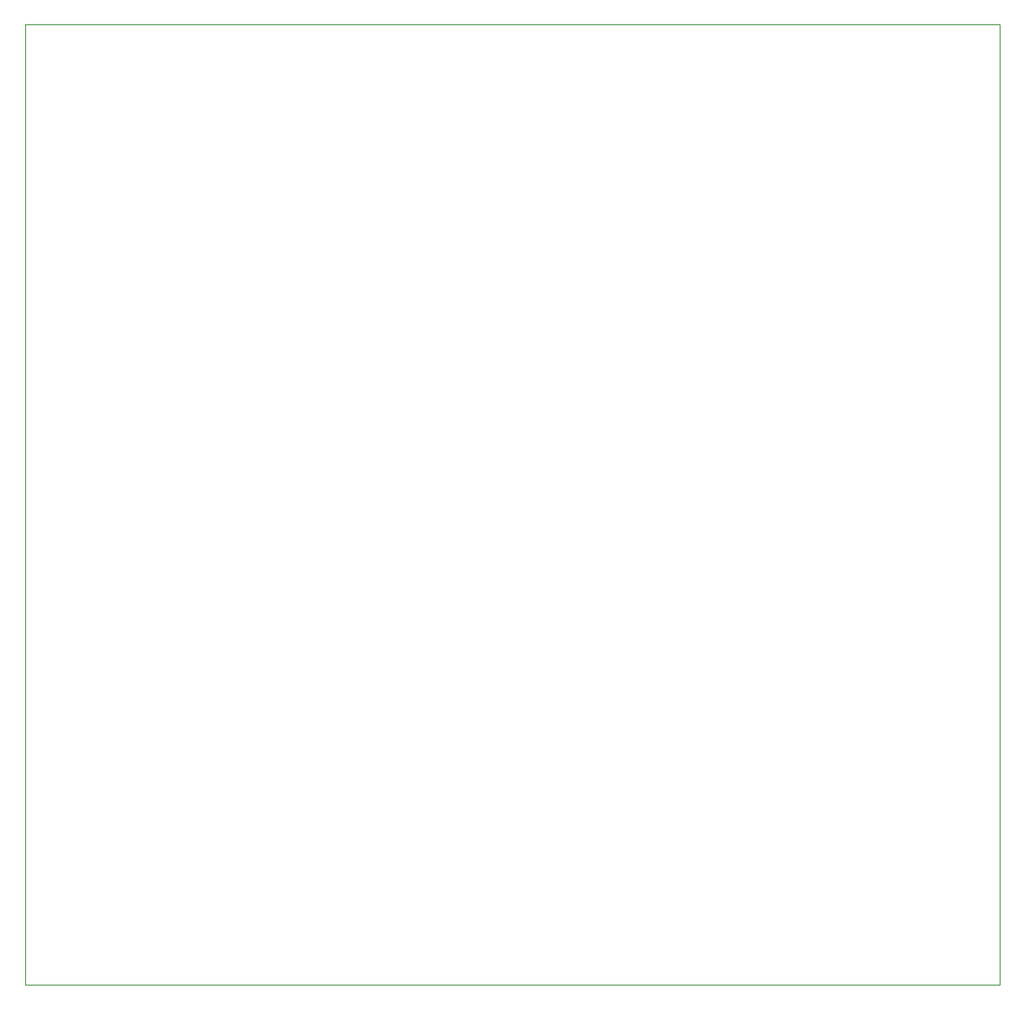
<source format=gbr>
%TF.GenerationSoftware,KiCad,Pcbnew,8.0.7*%
%TF.CreationDate,2025-02-15T14:18:59+03:00*%
%TF.ProjectId,IoT Edge Device V1,496f5420-4564-4676-9520-446576696365,rev?*%
%TF.SameCoordinates,Original*%
%TF.FileFunction,Profile,NP*%
%FSLAX46Y46*%
G04 Gerber Fmt 4.6, Leading zero omitted, Abs format (unit mm)*
G04 Created by KiCad (PCBNEW 8.0.7) date 2025-02-15 14:18:59*
%MOMM*%
%LPD*%
G01*
G04 APERTURE LIST*
%TA.AperFunction,Profile*%
%ADD10C,0.100000*%
%TD*%
G04 APERTURE END LIST*
D10*
X95297500Y-46194000D02*
X190217500Y-46194000D01*
X190217500Y-139700000D01*
X95297500Y-139700000D01*
X95297500Y-46194000D01*
M02*

</source>
